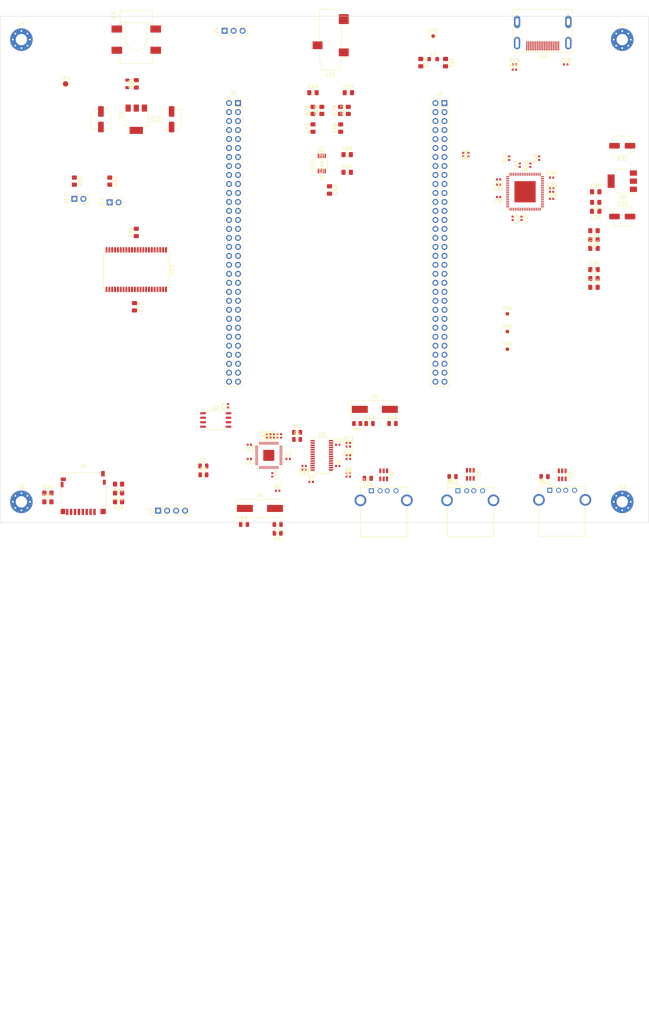
<source format=kicad_pcb>
(kicad_pcb (version 20211014) (generator pcbnew)
  (layers (0 "F.Cu" signal) (1 "In1.Cu" power) (2 "In2.Cu" power) (31 "B.Cu" signal) (34 "B.Paste" user) (35 "F.Paste" user) (36 "B.SilkS" user "B.Silkscreen") (37 "F.SilkS" user "F.Silkscreen") (38 "B.Mask" user) (39 "F.Mask" user) (44 "Edge.Cuts" user))
  (net 0 "")
  (net 1 "VBUS")
  (net 2 "GND")
  (net 3 "+3V3")
  (net 4 "XIN")
  (net 5 "Net-(C4-Pad1)")
  (net 6 "+1V1")
  (net 7 "Net-(C17-Pad1)")
  (net 8 "Net-(C18-Pad1)")
  (net 9 "/HID/VD18")
  (net 10 "1V2")
  (net 11 "IOVCC_3V3")
  (net 12 "CVCC12_1V2")
  (net 13 "AVCC12_1V2")
  (net 14 "5V0")
  (net 15 "AOUTR")
  (net 16 "Net-(C47-Pad2)")
  (net 17 "AOUTL")
  (net 18 "Net-(C48-Pad2)")
  (net 19 "Net-(C49-Pad2)")
  (net 20 "Net-(C50-Pad2)")
  (net 21 "Net-(C51-Pad1)")
  (net 22 "Net-(C53-Pad1)")
  (net 23 "Net-(D1-Pad1)")
  (net 24 "STATUS_LED")
  (net 31 "SDA")
  (net 32 "SCL")
  (net 33 "IDCK")
  (net 34 "SD0")
  (net 35 "MCLK")
  (net 36 "SCK")
  (net 37 "WS")
  (net 50 "SD_DAT3")
  (net 51 "SD_DAT2")
  (net 52 "SD_CLK")
  (net 53 "SD_CMD")
  (net 54 "SD_DAT1")
  (net 55 "SD_DAT0")
  (net 59 "SWD")
  (net 60 "SWCLK")
  (net 61 "XOUT")
  (net 62 "RUN")
  (net 63 "D-")
  (net 64 "USB_D-")
  (net 65 "D+")
  (net 66 "USB_D+")
  (net 67 "Net-(R6-Pad2)")
  (net 68 "Net-(R7-Pad2)")
  (net 69 "Net-(R16-Pad1)")
  (net 70 "Net-(R17-Pad1)")
  (net 71 "/HDMI/HPD")
  (net 72 "/HDMI/DSCL")
  (net 73 "/HDMI/DSDA")
  (net 74 "QSPI_CSN")
  (net 75 "QSPI_SD1")
  (net 76 "QSPI_SD2")
  (net 77 "QSPI_SD0")
  (net 78 "QSPI_SCLK")
  (net 79 "QSPI_SD3")
  (net 90 "TXC-")
  (net 91 "TXC+")
  (net 92 "TX0-")
  (net 93 "TX0+")
  (net 94 "TX1-")
  (net 95 "TX1+")
  (net 96 "TX2-")
  (net 97 "TX2+")
  (net 98 "CEC_A")
  (net 101 "HDMI_B6")
  (net 102 "HDMI_B7")
  (net 103 "HDMI_B4")
  (net 104 "HDMI_B5")
  (net 105 "HDMI_B2")
  (net 106 "HDMI_B3")
  (net 107 "HDMI_B0")
  (net 108 "HDMI_B1")
  (net 109 "HDMI_G6")
  (net 110 "HDMI_G7")
  (net 111 "HDMI_G4")
  (net 112 "HDMI_G5")
  (net 113 "HDMI_G2")
  (net 114 "HDMI_G3")
  (net 115 "HDMI_G1")
  (net 116 "HDMI_R7")
  (net 117 "HDMI_G0")
  (net 118 "HDMI_R5")
  (net 119 "HDMI_R6")
  (net 120 "HDMI_R3")
  (net 121 "HDMI_R4")
  (net 122 "HDMI_R1")
  (net 123 "HDMI_R2")
  (net 124 "HDMI_DE")
  (net 125 "HDMI_R0")
  (net 126 "HDMI_VSYNC")
  (net 127 "HDMI_HSYNC")
  (net 128 "HDMI_NRESET")
  (net 129 "HDMI_INT")
  (net 132 "UART0_TX")
  (net 133 "UART0_RX")
  (net 134 "UART1_TX")
  (net 135 "UART1_RX")
  (net 136 "SRAM_A9")
  (net 137 "SRAM_A7")
  (net 138 "SRAM_A8")
  (net 139 "SRAM_A5")
  (net 140 "SRAM_A6")
  (net 141 "SRAM_CE_N")
  (net 142 "SRAM_WE_N")
  (net 143 "SRAM_A3")
  (net 144 "SRAM_A4")
  (net 145 "SRAM_A1")
  (net 146 "SRAM_A2")
  (net 147 "SRAM_D0")
  (net 148 "SRAM_A0")
  (net 149 "SRAM_D2")
  (net 150 "SRAM_D1")
  (net 151 "SRAM_D4")
  (net 152 "SRAM_D3")
  (net 153 "SRAM_D6")
  (net 154 "SRAM_D5")
  (net 155 "SRAM_D8")
  (net 156 "SRAM_D7")
  (net 157 "SRAM_A17")
  (net 158 "SRAM_D9")
  (net 159 "SRAM_A15")
  (net 160 "SRAM_A16")
  (net 161 "SRAM_UB_N")
  (net 162 "SRAM_OE_N")
  (net 163 "SRAM_D15")
  (net 164 "SRAM_LB_N")
  (net 165 "SRAM_D13")
  (net 166 "SRAM_D14")
  (net 167 "SRAM_D11")
  (net 168 "SRAM_D12")
  (net 169 "SRAM_A14")
  (net 170 "SRAM_D10")
  (net 171 "SRAM_A12")
  (net 172 "SRAM_A13")
  (net 173 "SRAM_A10")
  (net 174 "SRAM_A11")
  (net 175 "/HID/SRAM_D1+")
  (net 176 "USB_SRAM_D1+")
  (net 177 "/HID/SRAM_D1-")
  (net 178 "USB_SRAM_D1-")
  (net 179 "/HID/SRAM_D2+")
  (net 180 "USB_SRAM_D2+")
  (net 181 "/HID/SRAM_D2-")
  (net 182 "USB_SRAM_D2-")
  (net 183 "/HID/SRAM_D3+")
  (net 184 "USB_SRAM_D3+")
  (net 185 "/HID/SRAM_D3-")
  (net 186 "USB_SRAM_D3-")
  (net 187 "ESD_USB_SRAM_D1-")
  (net 188 "ESD_USB_SRAM_D1+")
  (net 189 "ESD_USB_SRAM_D2-")
  (net 190 "ESD_USB_SRAM_D2+")
  (net 191 "ESD_USB_SRAM_D3-")
  (net 192 "ESD_USB_SRAM_D3+")
  (net 197 "Net-(J13-Pad1)")
  (net 225 "I2S_SDIN")
  (net 226 "I2S_SCLK")
  (net 227 "I2S_LRCK")
  (net 228 "I2S_MCLK")
  (net 229 "SOC_NRESET")
  (net 230 "SOC_BOOTMODE")
  (footprint "Capacitor_SMD:C_0805_2012Metric_Pad1.18x1.45mm_HandSolder" (layer "F.Cu") (at 107 105.5 -90)
    (fp_text reference "C45")
    (fp_text value "100nF")
  )
  (footprint "MountingHole:MountingHole_3.2mm_M3_Pad_Via" (layer "F.Cu") (at 75 160.6325)
    (fp_text reference "H2")
    (fp_text value "MountingHole")
  )
  (footprint "Capacitor_SMD:C_0402_1005Metric" (layer "F.Cu") (at 139.5 144.5 180)
    (fp_text reference "C11")
    (fp_text value "100nF")
  )
  (footprint "Capacitor_SMD:C_0805_2012Metric_Pad1.18x1.45mm_HandSolder" (layer "F.Cu") (at 237.5 78.5 180)
    (fp_text reference "C26")
    (fp_text value "0.1uF")
  )
  (footprint "Inductor_SMD:L_0805_2012Metric_Pad1.15x1.40mm_HandSolder" (layer "F.Cu") (at 237 97.5)
    (fp_text reference "L2")
    (fp_text value "0.022uH")
  )
  (footprint "MountingHole:MountingHole_3.2mm_M3_Pad_Via" (layer "F.Cu") (at 75 30)
    (fp_text reference "H1")
    (fp_text value "MountingHole")
  )
  (footprint "Capacitor_SMD:C_0805_2012Metric" (layer "F.Cu") (at 138 167)
    (fp_text reference "C3")
    (fp_text value "27pF")
  )
  (footprint "Capacitor_SMD:C_0805_2012Metric_Pad1.18x1.45mm_HandSolder" (layer "F.Cu") (at 237 100)
    (fp_text reference "C28")
    (fp_text value "100nF")
  )
  (footprint "Connector_PinSocket_2.54mm:PinSocket_2x32_P2.54mm_Vertical" (layer "F.Cu") (at 194.69 47.94)
    (fp_text reference "J1")
    (fp_text value "RIGHT")
  )
  (footprint "Capacitor_SMD:C_0402_1005Metric" (layer "F.Cu") (at 146.5 142 90)
    (fp_text reference "C12")
    (fp_text value "1uF")
  )
  (footprint "Capacitor_SMD:C_0805_2012Metric" (layer "F.Cu") (at 223 153.5 180)
    (fp_text reference "C23")
    (fp_text value "10uF")
  )
  (footprint "Capacitor_SMD:C_0402_1005Metric" (layer "F.Cu") (at 219 65.5 90)
    (fp_text reference "C40")
    (fp_text value "0.1uF")
  )
  (footprint "Capacitor_SMD:C_0402_1005Metric" (layer "F.Cu") (at 148.5 142 90)
    (fp_text reference "C6")
    (fp_text value "1uF")
  )
  (footprint "Capacitor_SMD:C_0805_2012Metric_Pad1.18x1.45mm_HandSolder" (layer "F.Cu") (at 167.5 45)
    (fp_text reference "C50")
    (fp_text value "2.7nF")
  )
  (footprint "Resistor_SMD:R_0805_2012Metric_Pad1.20x1.40mm_HandSolder" (layer "F.Cu") (at 102.5 155.6325 180)
    (fp_text reference "R23")
    (fp_text value "4k7")
  )
  (footprint "2022-04-22_11-49-30:CS4344-CZZ" (layer "F.Cu") (at 160 65 90)
    (fp_text reference "U11")
    (fp_text value "CS4344-CZZ")
  )
  (footprint "Capacitor_SMD:C_0402_1005Metric" (layer "F.Cu") (at 150.48 148.5)
    (fp_text reference "C7")
    (fp_text value "100nF")
  )
  (footprint "Inductor_SMD:L_0805_2012Metric_Pad1.15x1.40mm_HandSolder" (layer "F.Cu") (at 237 86.5 180)
    (fp_text reference "L4")
    (fp_text value "0.022uH")
  )
  (footprint "Capacitor_SMD:C_0805_2012Metric_Pad1.18x1.45mm_HandSolder" (layer "F.Cu") (at 237.5 73)
    (fp_text reference "C29")
    (fp_text value "100nF")
  )
  (footprint "Resistor_SMD:R_0805_2012Metric_Pad1.20x1.40mm_HandSolder" (layer "F.Cu") (at 100 70 -90)
    (fp_text reference "R31")
    (fp_text value "10k")
  )
  (footprint "Capacitor_SMD:C_0402_1005Metric" (layer "F.Cu") (at 225 75)
    (fp_text reference "C38")
    (fp_text value "0.1uF")
  )
  (footprint "Resistor_SMD:R_0805_2012Metric_Pad1.20x1.40mm_HandSolder" (layer "F.Cu") (at 165.3 50 90)
    (fp_text reference "R29")
    (fp_text value "470")
  )
  (footprint "Capacitor_SMD:C_0805_2012Metric_Pad1.18x1.45mm_HandSolder" (layer "F.Cu") (at 167.17 62.5)
    (fp_text reference "C53")
    (fp_text value "10uF")
  )
  (footprint "Resistor_SMD:R_0402_1005Metric" (layer "F.Cu") (at 147.5 157.5)
    (fp_text reference "R2")
    (fp_text value "10k")
  )
  (footprint "292303-1:TE_292303-1" (layer "F.Cu") (at 198.5 157.5)
    (fp_text reference "J8")
    (fp_text value "292303-1")
  )
  (footprint "Resistor_SMD:R_0402_1005Metric" (layer "F.Cu") (at 167.5 152.5)
    (fp_text reference "R9")
    (fp_text value "27")
  )
  (footprint "Capacitor_SMD:C_0402_1005Metric" (layer "F.Cu") (at 214 80.5 -90)
    (fp_text reference "C44")
    (fp_text value "0.1uF")
  )
  (footprint "Capacitor_SMD:C_0402_1005Metric" (layer "F.Cu") (at 147.5 142 90)
    (fp_text reference "C14")
    (fp_text value "100nF")
  )
  (footprint "Crystal:Crystal_SMD_HC49-SD" (layer "F.Cu") (at 142.5 162.5)
    (fp_text reference "Y1")
    (fp_text value "12MHz")
  )
  (footprint "Resistor_SMD:R_0805_2012Metric_Pad1.20x1.40mm_HandSolder" (layer "F.Cu") (at 167.5 50 90)
    (fp_text reference "R27")
    (fp_text value "10k")
  )
  (footprint "Capacitor_SMD:C_0805_2012Metric" (layer "F.Cu") (at 173.5 138.5)
    (fp_text reference "C17")
    (fp_text value "27pF")
  )
  (footprint "Capacitor_SMD:C_0805_2012Metric_Pad1.18x1.45mm_HandSolder" (layer "F.Cu") (at 157.5 45)
    (fp_text reference "C49")
    (fp_text value "2.7nF")
  )
  (footprint "Capacitor_SMD:C_0402_1005Metric" (layer "F.Cu") (at 146 153 -90)
    (fp_text reference "C16")
    (fp_text value "100nF")
  )
  (footprint "Resistor_SMD:R_0402_1005Metric" (layer "F.Cu") (at 156.99 155)
    (fp_text reference "R7")
    (fp_text value "2.7k 1%")
  )
  (footprint "Capacitor_SMD:C_0402_1005Metric" (layer "F.Cu") (at 225 73)
    (fp_text reference "C42")
    (fp_text value "0.1uF")
  )
  (footprint "Capacitor_SMD:C_0805_2012Metric_Pad1.18x1.45mm_HandSolder" (layer "F.Cu") (at 107.5 42.5 90)
    (fp_text reference "C54")
    (fp_text value "1uF")
  )
  (footprint "Capacitor_SMD:C_0805_2012Metric_Pad1.18x1.45mm_HandSolder" (layer "F.Cu") (at 107.5 84.5 90)
    (fp_text reference "C46")
    (fp_text value "100nF")
  )
  (footprint "Connector_Audio:Jack_3.5mm_CUI_SJ-3523-SMT_Horizontal" (layer "F.Cu") (at 162.5 30 180)
    (fp_text reference "J11")
    (fp_text value "AudioJack3")
  )
  (footprint "Capacitor_SMD:CP_Elec_5x5.3" (layer "F.Cu") (at 245 60 180)
    (fp_text reference "C32")
    (fp_text value "10uF")
  )
  (footprint "Resistor_SMD:R_0402_1005Metric" (layer "F.Cu") (at 214.5 37)
    (fp_text reference "R19")
    (fp_text value "4.7k")
  )
  (footprint "Inductor_SMD:L_0805_2012Metric_Pad1.15x1.40mm_HandSolder" (layer "F.Cu") (at 237.5 76 180)
    (fp_text reference "L3")
    (fp_text value "0.022uH")
  )
  (footprint "Package_TO_SOT_SMD:SOT-223-3_TabPin2" (layer "F.Cu") (at 245 70 180)
    (fp_text reference "U8")
    (fp_text value "AZ1117EH-1.2TRG1")
  )
  (footprint "Connector_Card:microSD_HC_Hirose_DM3D-SF" (layer "F.Cu") (at 92.5 158.1325)
    (fp_text reference "J4")
    (fp_text value "Micro_SD_Card")
  )
  (footprint "Resistor_SMD:R_0805_2012Metric_Pad1.20x1.40mm_HandSolder" (layer "F.Cu") (at 82.5 160.6325)
    (fp_text reference "R25")
    (fp_text value "4k7")
  )
  (footprint "TestPoint:TestPoint_Pad_D1.0mm" (layer "F.Cu") (at 212.5 107.5)
    (fp_text reference "TP4")
    (fp_text value "TestPoint")
  )
  (footprint "Capacitor_SMD:C_0805_2012Metric_Pad1.18x1.45mm_HandSolder" (layer "F.Cu") (at 157.5 55 90)
    (fp_text reference "C47")
    (fp_text value "3.3uF")
  )
  (footprint "Connector_PinHeader_2.54mm:PinHeader_1x02_P2.54mm_Vertical" (layer "F.Cu") (at 99.96 76 90)
    (fp_text reference "J14")
    (fp_text value "SOC_BOOTMODE")
  )
  (footprint "Capacitor_SMD:C_0402_1005Metric" (layer "F.Cu") (at 164.5 150.5)
    (fp_text reference "C8")
    (fp_text value "100nF")
  )
  (footprint "Resistor_SMD:R_0402_1005Metric" (layer "F.Cu") (at 167.5 145)
    (fp_text reference "R12")
    (fp_text value "27")
  )
  (footprint "Resistor_SMD:R_0402_1005Metric" (layer "F.Cu") (at 167.5 153.5)
    (fp_text reference "R8")
    (fp_text value "27")
  )
  (footprint "Resistor_SMD:R_0402_1005Metric" (layer "F.Cu") (at 221.5 63.5 90)
    (fp_text reference "R16")
    (fp_text value "4.7k")
  )
  (footprint "Capacitor_SMD:C_0805_2012Metric_Pad1.18x1.45mm_HandSolder" (layer "F.Cu") (at 237 89)
    (fp_text reference "C30")
    (fp_text value "100nF")
  )
  (footprint "Resistor_SMD:R_0805_2012Metric" (layer "F.Cu") (at 153 143)
    (fp_text reference "R4")
    (fp_text value "27")
  )
  (footprint "Connector_BarrelJack:BarrelJack_CLIFF_FC681465S_SMT_Horizontal" (layer "F.Cu") (at 107.5 30 -90)
    (fp_text reference "J13")
    (fp_text value "Jack-DC")
  )
  (footprint "Crystal:Crystal_SMD_HC49-SD" (layer "F.Cu") (at 175 134.5)
    (fp_text reference "Y2")
    (fp_text value "12MHz")
  )
  (footprint "Package_TO_SOT_SMD:SOT-23-6" (layer "F.Cu") (at 202 152.8625 -90)
    (fp_text reference "U5")
    (fp_text value "USBLC6-2SC6")
  )
  (footprint "Capacitor_SMD:C_0805_2012Metric_Pad1.18x1.45mm_HandSolder" (layer "F.Cu") (at 195 36.5 -90)
    (fp_text reference "C31")
    (fp_text value "100nF")
  )
  (footprint "Capacitor_SMD:C_0805_2012Metric" (layer "F.Cu") (at 147.5 167 180)
    (fp_text reference "C4")
    (fp_text value "27pF")
  )
  (footprint "TestPoint:TestPoint_Pad_D1.5mm" (layer "F.Cu") (at 87.5 42.5)
    (fp_text reference "TP1")
    (fp_text value "TestPoint_Small")
  )
  (footprint "Connector_PinHeader_2.54mm:PinHeader_1x04_P2.54mm_Vertical" (layer "F.Cu") (at 113.7 163.1325 90)
    (fp_text reference "J5")
    (fp_text value "SWD")
  )
  (footprint "Capacitor_SMD:C_0805_2012Metric_Pad1.18x1.45mm_HandSolder" (layer "F.Cu") (at 167.17 67.5)
    (fp_text reference "C51")
    (fp_text value "100nF")
  )
  (footprint "Resistor_SMD:R_0805_2012Metric_Pad1.20x1.40mm_HandSolder" (layer "F.Cu") (at 102.5 160.6325 180)
    (fp_text reference "R21")
    (fp_text value "4k7")
  )
  (footprint "Connector_PinHeader_2.54mm:PinHeader_1x03_P2.54mm_Vertical" (layer "F.Cu") (at 132.5 27.5 90)
    (fp_text reference "J3")
    (fp_text value "UART0")
  )
  (footprint "Capacitor_SMD:C_0402_1005Metric" (layer "F.Cu") (at 145.5 142 90)
    (fp_text reference "C10")
    (fp_text value "100nF")
  )
  (footprint "Resistor_SMD:R_0805_2012Metric_Pad1.20x1.40mm_HandSolder" (layer "F.Cu") (at 82.5 158.1325)
    (fp_text reference "R24")
    (fp_text value "4k7")
  )
  (footprint "MountingHole:MountingHole_3.2mm_M3_Pad_Via" (layer "F.Cu") (at 245 160.6325)
    (fp_text reference "H3")
    (fp_text value "MountingHole")
  )
  (footprint "Capacitor_SMD:C_0805_2012Metric" (layer "F.Cu") (at 173 154 180)
    (fp_text reference "C21")
    (fp_text value "10uF")
  )
  (footprint "Capacitor_SMD:C_0402_1005Metric" (layer "F.Cu") (at 210 74.5 180)
    (fp_text reference "C34")
    (fp_text value "0.1uF")
  )
  (footprint "Capacitor_SMD:C_0805_2012Metric_Pad1.18x1.45mm_HandSolder" (layer "F.Cu") (at 188 36.5 -90)
    (fp_text reference "C24")
    (fp_text value "0.1uF")
  )
  (footprint "Resistor_SMD:R_0805_2012Metric_Pad1.20x1.40mm_HandSolder" (layer "F.Cu") (at 90 70 -90)
    (fp_text reference "R30")
    (fp_text value "10k")
  )
  (footprint "Resistor_SMD:R_0402_1005Metric" (layer "F.Cu") (at 213 63.51 90)
    (fp_text reference "R17")
    (fp_text value "4.7k")
  )
  (footprint "292303-1:TE_292303-1" (layer "F.Cu") (at 174 157.5)
    (fp_text reference "J7")
    (fp_text value "292303-1")
  )
  (footprint "Capacitor_SMD:C_0805_2012Metric" (layer "F.Cu") (at 180 138.5)
    (fp_text reference "C18")
    (fp_text value "27pF")
  )
  (footprint "Capacitor_SMD:C_0402_1005Metric" (layer "F.Cu") (at 210 69.5 180)
    (fp_text reference "C43")
    (fp_text value "0.1uF")
  )
  (footprint "Capacitor_SMD:C_0402_1005Metric" (layer "F.Cu") (at 216 65.5 90)
    (fp_text reference "C41")
    (fp_text value "0.1uF")
  )
  (footprint "Resistor_SMD:R_0402_1005Metric" (layer "F.Cu") (at 167.5 147.5)
    (fp_text reference "R32")
    (fp_text value "27")
  )
  (footprint "LED_SMD:LED_0805_2012Metric" (layer "F.Cu") (at 126.5 150.5)
    (fp_text reference "D1")
    (fp_text value "LED")
  )
  (footprint "Package_SO:SSOP-28_3.9x9.9mm_P0.635mm" (layer "F.Cu") (at 160 147.5)
    (fp_text reference "U7")
    (fp_text value "FE1.1s")
  )
  (footprint "Resistor_SMD:R_0402_1005Metric" (layer "F.Cu") (at 214.5 38.5)
    (fp_text reference "R20")
    (fp_text value "4.7k")
  )
  (footprint "MountingHole:MountingHole_3.2mm_M3_Pad_Via" (layer "F.Cu") (at 245 30)
    (fp_text reference "H4")
    (fp_text value "MountingHole")
  )
  (footprint "Capacitor_SMD:C_0805_2012Metric" (layer "F.Cu") (at 197 153.5 180)
    (fp_text reference "C22")
    (fp_text value "10uF")
  )
  (footprint "Capacitor_SMD:C_0402_1005Metric" (layer "F.Cu") (at 133.5 133.5 90)
    (fp_text reference "C5")
    (fp_text value "100nF")
  )
  (footprint "Capacitor_SMD:C_0402_1005Metric" (layer "F.Cu") (at 225 72)
    (fp_text reference "C36")
    (fp_text value "0.1uF")
  )
  (footprint "Resistor_SMD:R_0805_2012Metric" (layer "F.Cu") (at 147.5 169.5 180)
    (fp_text reference "R1")
    (fp_text value "1k")
  )
  (footprint "Inductor_SMD:L_0805_2012Metric_Pad1.05x1.20mm_HandSolder" (layer "F.Cu") (at 191.5 35.5)
    (fp_text reference "L1")
    (fp_text value "0.022uH")
  )
  (footprint "Resistor_SMD:R_0805_2012Metric" (layer "F.Cu") (at 170 138.5 180)
    (fp_text reference "R6")
    (fp_text value "1k")
  )
  (footprint "Resistor_SMD:R_0402_1005Metric" (layer "F.Cu") (at 229 37)
    (fp_text reference "R18")
    (fp_text value "10k")
  )
  (footprint "Capacitor_SMD:C_0805_2012Metric_Pad1.18x1.45mm_HandSolder" (layer "F.Cu") (at 165.33 55 90)
    (fp_text reference "C48")
    (fp_text value "3.3uF")
  )
  (footprint "Capacitor_SMD:C_0402_1005Metric" (layer "F.Cu") (at 210 71 180)
    (fp_text reference "C35")
    (fp_text value "0.1uF")
  )
  (footprint "Capacitor_SMD:C_0402_1005Metric" (layer "F.Cu") (at 164.5 144.5)
    (fp_text reference "C13")
    (fp_text value "100nF")
  )
  (footprint "Capacitor_SMD:CP_Elec_5x5.3" (layer "F.Cu") (at 245 80)
    (fp_text reference "C33")
    (fp_text value "100uF")
  )
  (footprint "Resistor_SMD:R_0805_2012Metric" (layer "F.Cu") (at 153 141)
    (fp_text reference "R5")
    (fp_text value "27")
  )
  (footprint "TestPoint:TestPoint_Pad_D1.0mm" (layer "F.Cu") (at 212.5 112.5)
    (fp_text reference "TP2")
    (fp_text value "TestPoint")
  )
  (footprint "Package_SO:TSOP-II-44_10.16x18.41mm_P0.8mm" (layer "F.Cu") (at 107.5 95 -90)
    (fp_text reference "U10")
    (fp_text value "IS61LV25616AL")
  )
  (footprint "Resistor_SMD:R_0805_2012Metric_Pad1.20x1.40mm_HandSolder" (layer "F.Cu") (at 157.5 50 90)
    (fp_text reference "R26")
    (fp_text value "10k")
  )
  (footprint "Capacitor_SMD:CP_Elec_5x5.3" (layer "F.Cu") (at 117.5 52.5 90)
    (fp_text reference "C2")
    (fp_text value "100uF")
  )
  (footprint "Resistor_SMD:R_0805_2012Metric_Pad1.20x1.40mm_HandSolder" (layer "F.Cu") (at 102.5 158.1325 180)
    (fp_text reference "R22")
    (fp_text value "4k7")
  )
  (footprint "rp2040:QFN40P700X700X90-57N" (layer "F.Cu") (at 145 147.5)
    (fp_text reference "U3")
    (fp_text value "RP2040")
  )
  (footprint "Connector_PinSocket_2.54mm:PinSocket_2x32_P2.54mm_Vertical" (layer "F.Cu") (at 136.29 47.94)
    (fp_text reference "J2")
    (fp_text value "LEFT")
  )
  (footprint "Package_TO_SOT_SMD:SOT-23-6" (layer "F.Cu") (at 228 153 -90)
    (fp_text reference "U6")
    (fp_text value "USBLC6-2SC6")
  )
  (footprint "Package_TO_SOT_SMD:SOT-223-3_TabPin2" (layer "F.Cu") (at 107.5 52.5 -90)
    (fp_text reference "U1")
    (fp_text value "AZ1117EH-3.3TRG1")
  )
  (footprint "Package_TO_SOT_SMD:SOT-23-6" (layer "F.Cu") (at 177.5 153 -90)
    (fp_text reference "U4")
    (fp_text value "USBLC6-2SC6")
  )
  (footprint "Connector_PinHeader_2.54mm:PinHeader_1x02_P2.54mm_Vertical" (layer "F.Cu") (at 90 75 90)
    (fp_text reference "J12")
    (fp_text value "SOC_NRESET")
  )
  (footprint "Capacitor_SMD:C_0805_2012Metric_Pad1.18x1.45mm_HandSolder" (layer "F.Cu") (at 162.17 72.5 -90)
    (fp_text reference "C52")
    (fp_text value "10uF")
  )
  (footprint "Resistor_SMD:R_0402_1005Metric" (layer "F.Cu") (at 201.5 62.5 90)
    (fp_text reference "R14")
    (fp_text value "4.7k")
  )
  (footprint "Capacitor_SMD:C_0402_1005Metric" (layer "F.Cu") (at 216.5 80.5 -90)
    (fp_text reference "C37")
    (fp_text value "0.1uF")
  )
  (footprint "Resistor_SMD:R_0805_2012Metric_Pad1.20x1.40mm_HandSolder" (layer "F.Cu") (at 160 50 90)
    (fp_text reference "R28")
    (fp_text value "470")
  )
  (footprint "Package_DFN_QFN:QFN-72-1EP_10x10mm_P0.5mm_EP6x6mm" (layer "F.Cu") (at 217.5 73)
    (fp_text reference "U9")
    (fp_text value "SII9022ACNU")
  )
  (footprint "Capacitor_SMD:C_0402_1005Metric" (layer "F.Cu") (at 144.5 142 90)
    (fp_text reference "C15")
    (fp_text value "100nF")
  )
  (footprint "Capacitor_SMD:C_0402_1005Metric" (layer "F.Cu") (at 225 69)
    (fp_text reference "C39")
    (fp_text value "0.1uF")
  )
  (footprint "Resistor_SMD:R_0402_1005Metric" (layer "F.Cu") (at 200 62.5 -90)
    (fp_text reference "R15")
    (fp_text value "4.7k")
  )
  (footprint "TestPoint:TestPoint_Pad_D1.0mm" (layer "F.Cu") (at 191.5 29)
    (fp_text reference "TP5")
    (fp_text value "TestPoint")
  )
  (footprint "292303-1:TE_292303-1" (layer "F.Cu") (at 224.5 157.3675)
    (fp_text reference "J9")
    (fp_text value "292303-1")
  )
  (footprint "hdmi connector:685119134923" (layer "F.Cu") (at 222.5 31.775 180)
    (fp_text reference "J10")
    (fp_text value "685119134923")
  )
  (footprint "Resistor_SMD:R_0805_2012Metric" (layer "F.Cu") (at 126.5 153)
    (fp_text reference "R3")
    (fp_text value "33")
  )
  (footprint "Resistor_SMD:R_0402_1005Metric" (layer "F.Cu") (at 167.5 148.5)
    (fp_text reference "R11")
    (fp_text value "27")
  )
  (footprint "Capacitor_SMD:C_0805_2012Metric_Pad1.18x1.45mm_HandSolder" (layer "F.Cu") (at 237 84 180)
    (fp_text reference "C27")
    (fp_text value "0.1uF")
  )
  (footprint "Capacitor_SMD:C_0402_1005Metric" (layer "F.Cu") (at 155 151.5 180)
    (fp_text reference "C19")
    (fp_text value "100nF")
  )
  (footprint "Capacitor_SMD:CP_Elec_5x5.3" (layer "F.Cu") (at 97.5 52.5 -90)
    (fp_text reference "C1")
    (fp_text value "10uF")
  )
  (footprint "Resistor_SMD:R_0402_1005Metric" (layer "F.Cu") (at 167.5 144)
    (fp_text reference "R13")
    (fp_text value "27")
  )
  (footprint "TestPoint:TestPoint_Pad_D1.0mm" (layer "F.Cu") (at 212.5 117.5)
    (fp_text reference "TP3")
    (fp_text value "TestPoint")
  )
  (footprint "Capacitor_SMD:C_0402_1005Metric" (layer "F.Cu") (at 139.5 148.5 180)
    (fp_text reference "C9")
    (fp_text value "100nF")
  )
  (footprint "Capacitor_SMD:C_0402_1005Metric" (layer "F.Cu") (at 155 150.5 180)
    (fp_text reference "C20")
    (fp_text value "10uF")
  )
  (footprint "Inductor_SMD:L_0805_2012Metric" (layer "F.Cu") (at 105 42.5 -90)
    (fp_text reference "L5")
    (fp_text value "220uH")
  )
  (footprint "Package_SO:SOIC-8_5.23x5.23mm_P1.27mm" (layer "F.Cu") (at 130 137.5)
    (fp_text reference "U2")
    (fp_text value "W25Q128JVS")
  )
  (footprint "Capacitor_SMD:C_0805_2012Metric_Pad1.18x1.45mm_HandSolder" (layer "F.Cu") (at 237 95)
    (fp_text reference "C25")
    (fp_text value "0.1uF")
  )
  (gr_rect (start 69 23.4) (end 252.4 166.5) (layer "Edge.Cuts") (width 0.1) (fill none))
)
</source>
